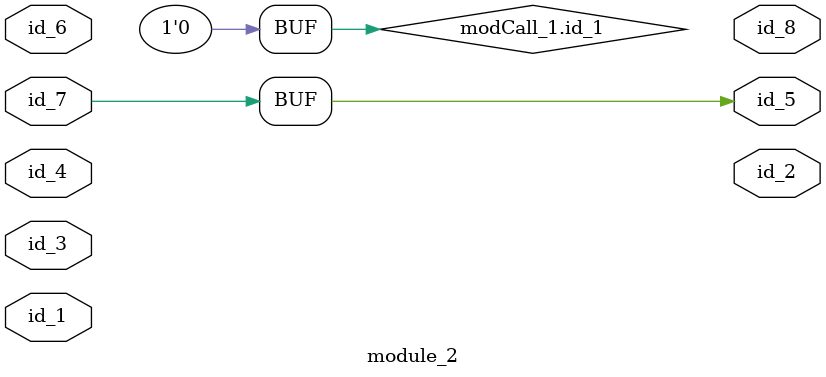
<source format=v>
module module_0;
  assign id_1 = "";
  assign module_1.id_1 = "";
endmodule
module module_1 ();
  assign id_1 = "";
  wire id_3;
  module_0 modCall_1 ();
endmodule
module module_2 (
    id_1,
    id_2,
    id_3,
    id_4,
    id_5,
    id_6,
    id_7,
    id_8
);
  output wire id_8;
  inout wire id_7;
  inout wire id_6;
  output wire id_5;
  inout wire id_4;
  inout wire id_3;
  output wire id_2;
  inout wire id_1;
  assign id_2[1] = id_4;
  assign id_5[1/""] = id_7;
  module_0 modCall_1 ();
  assign modCall_1.id_1 = "";
endmodule

</source>
